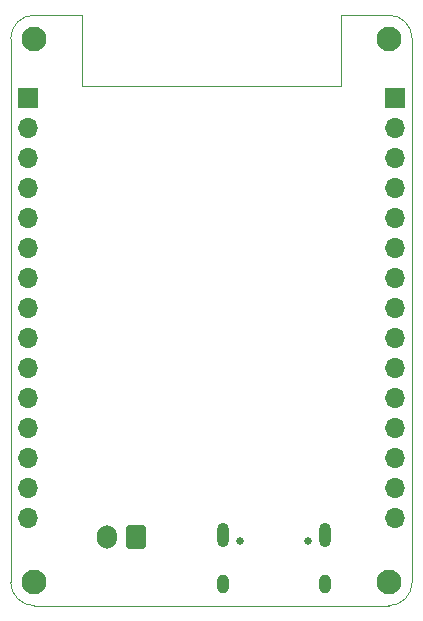
<source format=gbs>
G04 #@! TF.GenerationSoftware,KiCad,Pcbnew,8.0.2*
G04 #@! TF.CreationDate,2024-05-24T09:08:15+10:00*
G04 #@! TF.ProjectId,design,64657369-676e-42e6-9b69-6361645f7063,rev?*
G04 #@! TF.SameCoordinates,Original*
G04 #@! TF.FileFunction,Soldermask,Bot*
G04 #@! TF.FilePolarity,Negative*
%FSLAX46Y46*%
G04 Gerber Fmt 4.6, Leading zero omitted, Abs format (unit mm)*
G04 Created by KiCad (PCBNEW 8.0.2) date 2024-05-24 09:08:15*
%MOMM*%
%LPD*%
G01*
G04 APERTURE LIST*
G04 Aperture macros list*
%AMRoundRect*
0 Rectangle with rounded corners*
0 $1 Rounding radius*
0 $2 $3 $4 $5 $6 $7 $8 $9 X,Y pos of 4 corners*
0 Add a 4 corners polygon primitive as box body*
4,1,4,$2,$3,$4,$5,$6,$7,$8,$9,$2,$3,0*
0 Add four circle primitives for the rounded corners*
1,1,$1+$1,$2,$3*
1,1,$1+$1,$4,$5*
1,1,$1+$1,$6,$7*
1,1,$1+$1,$8,$9*
0 Add four rect primitives between the rounded corners*
20,1,$1+$1,$2,$3,$4,$5,0*
20,1,$1+$1,$4,$5,$6,$7,0*
20,1,$1+$1,$6,$7,$8,$9,0*
20,1,$1+$1,$8,$9,$2,$3,0*%
G04 Aperture macros list end*
%ADD10C,2.100000*%
%ADD11RoundRect,0.250000X0.600000X0.750000X-0.600000X0.750000X-0.600000X-0.750000X0.600000X-0.750000X0*%
%ADD12O,1.700000X2.000000*%
%ADD13C,0.650000*%
%ADD14O,1.000000X2.100000*%
%ADD15O,1.000000X1.600000*%
%ADD16R,1.700000X1.700000*%
%ADD17O,1.700000X1.700000*%
G04 #@! TA.AperFunction,Profile*
%ADD18C,0.100000*%
G04 #@! TD*
G04 APERTURE END LIST*
D10*
G04 #@! TO.C,H1*
X85000000Y-67000000D03*
G04 #@! TD*
G04 #@! TO.C,H4*
X85000000Y-113000000D03*
G04 #@! TD*
G04 #@! TO.C,H2*
X115000000Y-67000000D03*
G04 #@! TD*
D11*
G04 #@! TO.C,J4*
X93650000Y-109167500D03*
D12*
X91150000Y-109167500D03*
G04 #@! TD*
D10*
G04 #@! TO.C,H3*
X115000000Y-113000000D03*
G04 #@! TD*
D13*
G04 #@! TO.C,J1*
X102410000Y-109500000D03*
X108190000Y-109500000D03*
D14*
X100980000Y-109000000D03*
D15*
X100980000Y-113180000D03*
D14*
X109620000Y-109000000D03*
D15*
X109620000Y-113180000D03*
G04 #@! TD*
D16*
G04 #@! TO.C,J2*
X84500000Y-72000000D03*
D17*
X84500000Y-74540000D03*
X84500000Y-77080000D03*
X84500000Y-79620000D03*
X84500000Y-82160000D03*
X84500000Y-84700000D03*
X84500000Y-87240000D03*
X84500000Y-89780000D03*
X84500000Y-92320000D03*
X84500000Y-94860000D03*
X84500000Y-97400000D03*
X84500000Y-99940000D03*
X84500000Y-102480000D03*
X84500000Y-105020000D03*
X84500000Y-107560000D03*
G04 #@! TD*
D16*
G04 #@! TO.C,J3*
X115500000Y-72000000D03*
D17*
X115500000Y-74540000D03*
X115500000Y-77080000D03*
X115500000Y-79620000D03*
X115500000Y-82160000D03*
X115500000Y-84700000D03*
X115500000Y-87240000D03*
X115500000Y-89780000D03*
X115500000Y-92320000D03*
X115500000Y-94860000D03*
X115500000Y-97400000D03*
X115500000Y-99940000D03*
X115500000Y-102480000D03*
X115500000Y-105020000D03*
X115500000Y-107560000D03*
G04 #@! TD*
D18*
X85000000Y-115000000D02*
G75*
G02*
X83000000Y-113000000I0J2000000D01*
G01*
X115000000Y-115000000D02*
X85000000Y-115000000D01*
X83000000Y-113000000D02*
X83000000Y-67000000D01*
X117000000Y-67000000D02*
X117000000Y-113000000D01*
X115000000Y-65000000D02*
X111000000Y-65000000D01*
X89000000Y-71000000D02*
X89000000Y-65000000D01*
X115000000Y-65000000D02*
G75*
G02*
X117000000Y-67000000I0J-2000000D01*
G01*
X111000000Y-71000000D02*
X89000000Y-71000000D01*
X89000000Y-65000000D02*
X85000000Y-65000000D01*
X83000000Y-67000000D02*
G75*
G02*
X85000000Y-65000000I2000000J0D01*
G01*
X111000000Y-65000000D02*
X111000000Y-71000000D01*
X117000000Y-113000000D02*
G75*
G02*
X115000000Y-115000000I-2000000J0D01*
G01*
M02*

</source>
